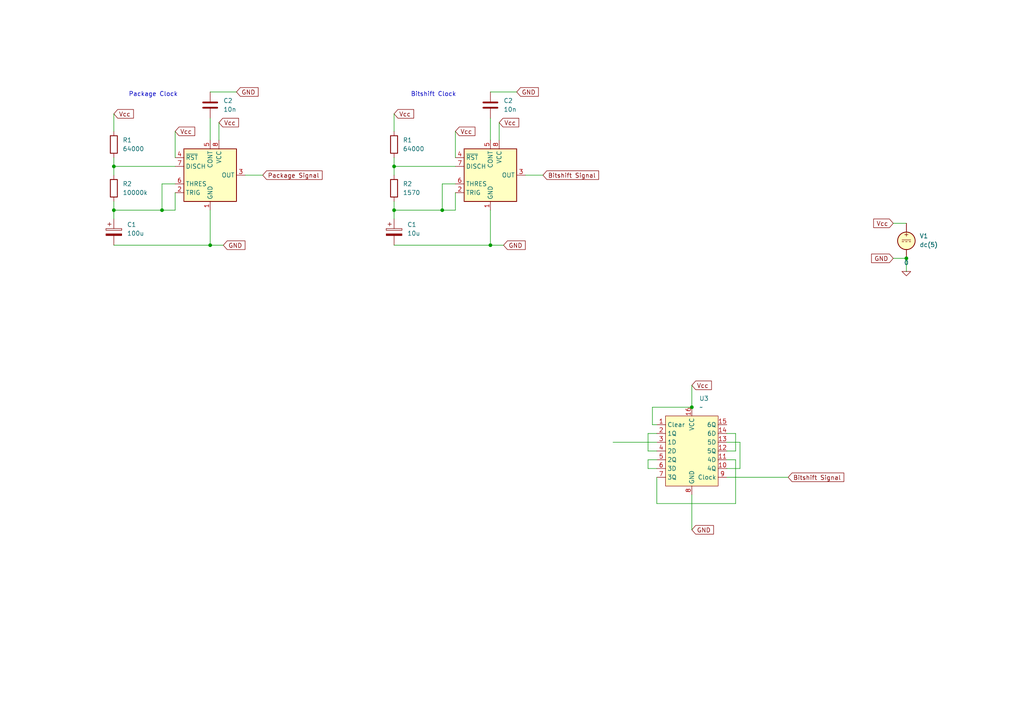
<source format=kicad_sch>
(kicad_sch (version 20250114) (generator "eeschema") (generator_version "9.0")
  (paper "A4")
  (lib_symbols
    (symbol "Device:C" (pin_numbers (hide yes)) (pin_names (offset 0.254))
      (property "Reference" "C" (at 0.635 2.54 0))
      (property "Value" "C" (at 0.635 -2.54 0))
      (symbol "C_0_1"
        (polyline (pts (xy -2.032 0.762) (xy 2.032 0.762)) (stroke (width 0.508)))
        (polyline (pts (xy -2.032 -0.762) (xy 2.032 -0.762)) (stroke (width 0.508)))
      )
      (symbol "C_1_1"
        (pin passive line (at 0 3.81 270) (length 2.794) (name "~") (number "1"))
        (pin passive line (at 0 -3.81 90) (length 2.794) (name "~") (number "2"))
      )
    )
    (symbol "Device:C_Polarized" (pin_numbers (hide yes)) (pin_names (offset 0.254))
      (property "Reference" "C" (at 0.635 2.54 0))
      (property "Value" "C_Polarized" (at 0.635 -2.54 0))
      (symbol "C_Polarized_0_1"
        (rectangle (start -2.286 0.508) (end 2.286 1.016))
        (polyline (pts (xy -1.778 2.286) (xy -0.762 2.286)))
        (polyline (pts (xy -1.27 2.794) (xy -1.27 1.778)))
        (rectangle (start 2.286 -0.508) (end -2.286 -1.016) (fill (type outline)))
      )
      (symbol "C_Polarized_1_1"
        (pin passive line (at 0 3.81 270) (length 2.794) (name "~") (number "1"))
        (pin passive line (at 0 -3.81 90) (length 2.794) (name "~") (number "2"))
      )
    )
    (symbol "Device:R" (pin_numbers (hide yes)) (pin_names (offset 0))
      (property "Reference" "R" (at 2.032 0 90))
      (property "Value" "R" (at 0 0 90))
      (symbol "R_0_1"
        (rectangle (start -1.016 -2.54) (end 1.016 2.54) (stroke (width 0.254)))
      )
      (symbol "R_1_1"
        (pin passive line (at 0 3.81 270) (length 1.27) (name "~") (number "1"))
        (pin passive line (at 0 -3.81 90) (length 1.27) (name "~") (number "2"))
      )
    )
    (symbol "FTRCC-custom-symbols:HD74LS174P"
      (property "Reference" "U" (at 10.414 10.668 0))
      (symbol "HD74LS174P_1_1"
        (rectangle (start -7.62 10.16) (end 7.62 -10.16) (fill (type background)))
        (pin input line (at -10.16 7.62 0) (length 2.54) (name "Clear") (number "1"))
        (pin input line (at -10.16 5.08 0) (length 2.54) (name "1Q") (number "2"))
        (pin input line (at -10.16 2.54 0) (length 2.54) (name "1D") (number "3"))
        (pin input line (at -10.16 0 0) (length 2.54) (name "2D") (number "4"))
        (pin input line (at -10.16 -2.54 0) (length 2.54) (name "2Q") (number "5"))
        (pin input line (at -10.16 -5.08 0) (length 2.54) (name "3D") (number "6"))
        (pin input line (at -10.16 -7.62 0) (length 2.54) (name "3Q") (number "7"))
        (pin power_in line (at 0 12.7 270) (length 2.54) (name "VCC") (number "16"))
        (pin power_out line (at 0 -12.7 90) (length 2.54) (name "GND") (number "8"))
        (pin input line (at 10.16 7.62 180) (length 2.54) (name "6Q") (number "15"))
        (pin input line (at 10.16 5.08 180) (length 2.54) (name "6D") (number "14"))
        (pin input line (at 10.16 2.54 180) (length 2.54) (name "5D") (number "13"))
        (pin input line (at 10.16 0 180) (length 2.54) (name "5Q") (number "12"))
        (pin input line (at 10.16 -2.54 180) (length 2.54) (name "4D") (number "11"))
        (pin input line (at 10.16 -5.08 180) (length 2.54) (name "4Q") (number "10"))
        (pin input line (at 10.16 -7.62 180) (length 2.54) (name "Clock") (number "9"))
      )
    )
    (symbol "Simulation_SPICE:0" (power) (pin_numbers (hide yes)) (pin_names (offset 0) (hide yes))
      (property "Value" "0" (at 0 -2.54 0))
      (symbol "0_0_1"
        (polyline (pts (xy -1.27 0) (xy 0 -1.27) (xy 1.27 0) (xy -1.27 0)))
      )
      (symbol "0_1_1"
        (pin power_in line (at 0 0 0) (length 0) (name "~") (number "1"))
      )
    )
    (symbol "Simulation_SPICE:VDC" (pin_numbers (hide yes)) (pin_names (offset 0.0254))
      (property "Reference" "V" (at 2.54 2.54 0))
      (property "Value" "1" (at 2.54 0 0))
      (symbol "VDC_0_0"
        (polyline (pts (xy -1.27 0.254) (xy 1.27 0.254)))
        (polyline (pts (xy -0.762 -0.254) (xy -1.27 -0.254)))
        (polyline (pts (xy 0.254 -0.254) (xy -0.254 -0.254)))
        (polyline (pts (xy 1.27 -0.254) (xy 0.762 -0.254)))
        (text "+" (at 0 1.905 0) (effects (font (size 1.27 1.27))))
      )
      (symbol "VDC_0_1"
        (circle (center 0 0) (radius 2.54) (stroke (width 0.254)) (fill (type background)))
      )
      (symbol "VDC_1_1"
        (pin passive line (at 0 5.08 270) (length 2.54) (name "~") (number "1"))
        (pin passive line (at 0 -5.08 90) (length 2.54) (name "~") (number "2"))
      )
    )
    (symbol "Timer:NE555D"
      (property "Reference" "U" (at -10.16 8.89 0))
      (property "Value" "NE555D" (at 2.54 8.89 0))
      (symbol "NE555D_0_0"
        (pin power_in line (at 0 -10.16 90) (length 2.54) (name "GND") (number "1"))
        (pin power_in line (at 2.54 10.16 270) (length 2.54) (name "VCC") (number "8"))
      )
      (symbol "NE555D_0_1"
        (rectangle (start -7.62 7.62) (end 7.62 -7.62) (stroke (width 0.254)) (fill (type background)))
      )
      (symbol "NE555D_1_1"
        (pin input line (at -10.16 5.08 0) (length 2.54) (name "~{RST}") (number "4"))
        (pin input line (at -10.16 2.54 0) (length 2.54) (name "DISCH") (number "7"))
        (pin input line (at -10.16 -2.54 0) (length 2.54) (name "THRES") (number "6"))
        (pin input line (at -10.16 -5.08 0) (length 2.54) (name "TRIG") (number "2"))
        (pin open_collector line (at 0 10.16 270) (length 2.54) (name "CONT") (number "5"))
        (pin output line (at 10.16 0 180) (length 2.54) (name "OUT") (number "3"))
      )
    )
  )
  (text "Package Clock" (at 44.45 27.432 0) (effects (font (size 1.27 1.27))))
  (text "Bitshift Clock\n" (at 125.73 27.432 0) (effects (font (size 1.27 1.27))))
  (junction (at 114.3 60.96))
  (junction (at 142.24 71.12))
  (junction (at 33.02 48.26))
  (junction (at 60.96 71.12))
  (junction (at 200.66 118.11))
  (junction (at 46.99 60.96))
  (junction (at 128.27 60.96))
  (junction (at 114.3 48.26))
  (junction (at 33.02 60.96))
  (junction (at 262.89 74.93))
  (wire (pts (xy 33.02 33.02) (xy 33.02 38.1)))
  (wire (pts (xy 142.24 34.29) (xy 142.24 40.64)))
  (wire (pts (xy 114.3 33.02) (xy 114.3 38.1)))
  (wire (pts (xy 33.02 60.96) (xy 33.02 58.42)))
  (wire (pts (xy 213.36 133.35) (xy 213.36 146.05)))
  (wire (pts (xy 187.96 133.35) (xy 187.96 135.89)))
  (wire (pts (xy 114.3 60.96) (xy 128.27 60.96)))
  (wire (pts (xy 262.89 74.93) (xy 262.89 78.74)))
  (wire (pts (xy 190.5 133.35) (xy 187.96 133.35)))
  (wire (pts (xy 114.3 63.5) (xy 114.3 60.96)))
  (wire (pts (xy 114.3 48.26) (xy 132.08 48.26)))
  (wire (pts (xy 189.23 118.11) (xy 200.66 118.11)))
  (wire (pts (xy 60.96 60.96) (xy 60.96 71.12)))
  (wire (pts (xy 259.08 64.77) (xy 262.89 64.77)))
  (wire (pts (xy 114.3 60.96) (xy 114.3 58.42)))
  (wire (pts (xy 190.5 125.73) (xy 187.96 125.73)))
  (wire (pts (xy 213.36 125.73) (xy 210.82 125.73)))
  (wire (pts (xy 128.27 53.34) (xy 128.27 60.96)))
  (wire (pts (xy 190.5 146.05) (xy 213.36 146.05)))
  (wire (pts (xy 210.82 130.81) (xy 213.36 130.81)))
  (wire (pts (xy 33.02 60.96) (xy 46.99 60.96)))
  (wire (pts (xy 128.27 60.96) (xy 132.08 60.96)))
  (wire (pts (xy 33.02 48.26) (xy 50.8 48.26)))
  (wire (pts (xy 213.36 133.35) (xy 210.82 133.35)))
  (wire (pts (xy 144.78 35.56) (xy 144.78 40.64)))
  (wire (pts (xy 177.8 128.27) (xy 190.5 128.27)))
  (wire (pts (xy 50.8 53.34) (xy 46.99 53.34)))
  (wire (pts (xy 187.96 130.81) (xy 190.5 130.81)))
  (wire (pts (xy 71.12 50.8) (xy 76.2 50.8)))
  (wire (pts (xy 33.02 63.5) (xy 33.02 60.96)))
  (wire (pts (xy 142.24 71.12) (xy 146.05 71.12)))
  (wire (pts (xy 114.3 71.12) (xy 142.24 71.12)))
  (wire (pts (xy 213.36 130.81) (xy 213.36 125.73)))
  (wire (pts (xy 114.3 50.8) (xy 114.3 48.26)))
  (wire (pts (xy 200.66 143.51) (xy 200.66 153.67)))
  (wire (pts (xy 210.82 135.89) (xy 214.63 135.89)))
  (wire (pts (xy 60.96 71.12) (xy 64.77 71.12)))
  (wire (pts (xy 132.08 55.88) (xy 132.08 60.96)))
  (wire (pts (xy 149.86 26.67) (xy 142.24 26.67)))
  (wire (pts (xy 187.96 125.73) (xy 187.96 130.81)))
  (wire (pts (xy 68.58 26.67) (xy 60.96 26.67)))
  (wire (pts (xy 259.08 74.93) (xy 262.89 74.93)))
  (wire (pts (xy 33.02 48.26) (xy 33.02 45.72)))
  (wire (pts (xy 210.82 138.43) (xy 228.6 138.43)))
  (wire (pts (xy 152.4 50.8) (xy 157.48 50.8)))
  (wire (pts (xy 63.5 35.56) (xy 63.5 40.64)))
  (wire (pts (xy 114.3 48.26) (xy 114.3 45.72)))
  (wire (pts (xy 132.08 53.34) (xy 128.27 53.34)))
  (wire (pts (xy 214.63 128.27) (xy 210.82 128.27)))
  (wire (pts (xy 189.23 123.19) (xy 190.5 123.19)))
  (wire (pts (xy 50.8 55.88) (xy 50.8 60.96)))
  (wire (pts (xy 60.96 34.29) (xy 60.96 40.64)))
  (wire (pts (xy 50.8 38.1) (xy 50.8 45.72)))
  (wire (pts (xy 189.23 123.19) (xy 189.23 118.11)))
  (wire (pts (xy 33.02 71.12) (xy 60.96 71.12)))
  (wire (pts (xy 46.99 53.34) (xy 46.99 60.96)))
  (wire (pts (xy 46.99 60.96) (xy 50.8 60.96)))
  (wire (pts (xy 187.96 135.89) (xy 190.5 135.89)))
  (wire (pts (xy 33.02 50.8) (xy 33.02 48.26)))
  (wire (pts (xy 132.08 38.1) (xy 132.08 45.72)))
  (wire (pts (xy 190.5 138.43) (xy 190.5 146.05)))
  (wire (pts (xy 214.63 128.27) (xy 214.63 135.89)))
  (wire (pts (xy 142.24 60.96) (xy 142.24 71.12)))
  (wire (pts (xy 200.66 111.76) (xy 200.66 118.11)))
  (global_label "Bitshift Signal" (shape input) (at 157.48 50.8 0) (property "Intersheetrefs" "${INTERSHEET_REFS}" (effects (hide yes))))
  (global_label "GND" (shape input) (at 68.58 26.67 0) (property "Intersheetrefs" "${INTERSHEET_REFS}" (effects (hide yes))))
  (global_label "Bitshift Signal" (shape input) (at 228.6 138.43 0) (property "Intersheetrefs" "${INTERSHEET_REFS}" (effects (hide yes))))
  (global_label "Vcc" (shape input) (at 114.3 33.02 0) (property "Intersheetrefs" "${INTERSHEET_REFS}" (effects (hide yes))))
  (global_label "Vcc" (shape input) (at 50.8 38.1 0) (property "Intersheetrefs" "${INTERSHEET_REFS}" (effects (hide yes))))
  (global_label "Vcc" (shape input) (at 132.08 38.1 0) (property "Intersheetrefs" "${INTERSHEET_REFS}" (effects (hide yes))))
  (global_label "Package Signal" (shape input) (at 76.2 50.8 0) (property "Intersheetrefs" "${INTERSHEET_REFS}" (effects (hide yes))))
  (global_label "Vcc" (shape input) (at 200.66 111.76 0) (property "Intersheetrefs" "${INTERSHEET_REFS}" (effects (hide yes))))
  (global_label "GND" (shape input) (at 149.86 26.67 0) (property "Intersheetrefs" "${INTERSHEET_REFS}" (effects (hide yes))))
  (global_label "GND" (shape input) (at 146.05 71.12 0) (property "Intersheetrefs" "${INTERSHEET_REFS}" (effects (hide yes))))
  (global_label "GND" (shape input) (at 200.66 153.67 0) (property "Intersheetrefs" "${INTERSHEET_REFS}" (effects (hide yes))))
  (global_label "GND" (shape input) (at 259.08 74.93 180) (property "Intersheetrefs" "${INTERSHEET_REFS}" (effects (hide yes))))
  (global_label "Vcc" (shape input) (at 63.5 35.56 0) (property "Intersheetrefs" "${INTERSHEET_REFS}" (effects (hide yes))))
  (global_label "Vcc" (shape input) (at 259.08 64.77 180) (property "Intersheetrefs" "${INTERSHEET_REFS}" (effects (hide yes))))
  (global_label "GND" (shape input) (at 64.77 71.12 0) (property "Intersheetrefs" "${INTERSHEET_REFS}" (effects (hide yes))))
  (global_label "Vcc" (shape input) (at 33.02 33.02 0) (property "Intersheetrefs" "${INTERSHEET_REFS}" (effects (hide yes))))
  (global_label "Vcc" (shape input) (at 144.78 35.56 0) (property "Intersheetrefs" "${INTERSHEET_REFS}" (effects (hide yes))))
  (symbol (lib_id "Device:R") (at 33.02 54.61 0) (unit 1)
    (property "Reference" "R2" (at 35.56 53.3399 0) (effects (justify left)))
    (property "Value" "10000k" (at 35.56 55.8799 0) (effects (justify left)))
    (property "Description" "Resistor" (effects (hide yes)))
  )
  (symbol (lib_id "Device:C_Polarized") (at 114.3 67.31 0) (unit 1)
    (property "Reference" "C1" (at 118.11 65.1509 0) (effects (justify left)))
    (property "Value" "10u" (at 118.11 67.6909 0) (effects (justify left)))
    (property "Description" "Polarized capacitor" (effects (hide yes)))
  )
  (symbol (lib_id "Device:C_Polarized") (at 33.02 67.31 0) (unit 1)
    (property "Reference" "C1" (at 36.83 65.1509 0) (effects (justify left)))
    (property "Value" "100u" (at 36.83 67.6909 0) (effects (justify left)))
    (property "Description" "Polarized capacitor" (effects (hide yes)))
  )
  (symbol (lib_id "FTRCC-custom-symbols:HD74LS174P") (at 200.66 130.81 0) (unit 1)
    (property "Reference" "U3" (at 202.8033 115.57 0) (effects (justify left)))
    (property "Value" "~" (at 202.8033 118.11 0) (effects (justify left)))
  )
  (symbol (lib_id "Simulation_SPICE:VDC") (at 262.89 69.85 0) (unit 1)
    (property "Reference" "V1" (at 266.7 68.4501 0) (effects (justify left)))
    (property "Value" "dc(5)" (at 266.7 70.9901 0) (effects (justify left)))
    (property "Datasheet" "https://ngspice.sourceforge.io/docs/ngspice-html-manual/manual.xhtml#sec_Independent_Sources_for" (effects (hide yes)))
    (property "Description" "Voltage source, DC" (effects (hide yes)))
    (property "Sim.Pins" "1=+ 2=-" (effects (hide yes)))
    (property "Sim.Type" "DC" (effects (hide yes)))
    (property "Sim.Device" "V" (effects (hide yes)))
  )
  (symbol (lib_id "Device:C") (at 60.96 30.48 0) (unit 1)
    (property "Reference" "C2" (at 64.77 29.2099 0) (effects (justify left)))
    (property "Value" "10n" (at 64.77 31.7499 0) (effects (justify left)))
    (property "Description" "Unpolarized capacitor" (effects (hide yes)))
  )
  (symbol (lib_id "Timer:NE555D") (at 60.96 50.8 0) (unit 1)
    (property "Reference" "U1" (effects (hide yes)))
    (property "Value" "NE555D" (effects (hide yes)))
    (property "Footprint" "Package_SO:SOIC-8_3.9x4.9mm_P1.27mm" (effects (hide yes)))
    (property "Datasheet" "http://www.ti.com/lit/ds/symlink/ne555.pdf" (effects (hide yes)))
    (property "Description" "Precision Timers, 555 compatible, SOIC-8" (effects (hide yes)))
  )
  (symbol (lib_id "Device:C") (at 142.24 30.48 0) (unit 1)
    (property "Reference" "C2" (at 146.05 29.2099 0) (effects (justify left)))
    (property "Value" "10n" (at 146.05 31.7499 0) (effects (justify left)))
    (property "Description" "Unpolarized capacitor" (effects (hide yes)))
  )
  (symbol (lib_id "Simulation_SPICE:0") (at 262.89 78.74 0) (unit 1)
    (property "Reference" "#GND01" (effects (hide yes)))
    (property "Value" "0" (at 262.89 76.2 0))
    (property "Datasheet" "https://ngspice.sourceforge.io/docs/ngspice-html-manual/manual.xhtml#subsec_Circuit_elements__device" (effects (hide yes)))
    (property "Description" "0V reference potential for simulation" (effects (hide yes)))
  )
  (symbol (lib_id "Timer:NE555D") (at 142.24 50.8 0) (unit 1)
    (property "Reference" "U2" (effects (hide yes)))
    (property "Value" "NE555D" (effects (hide yes)))
    (property "Footprint" "Package_SO:SOIC-8_3.9x4.9mm_P1.27mm" (effects (hide yes)))
    (property "Datasheet" "http://www.ti.com/lit/ds/symlink/ne555.pdf" (effects (hide yes)))
    (property "Description" "Precision Timers, 555 compatible, SOIC-8" (effects (hide yes)))
  )
  (symbol (lib_id "Device:R") (at 114.3 54.61 0) (unit 1)
    (property "Reference" "R2" (at 116.84 53.3399 0) (effects (justify left)))
    (property "Value" "1570" (at 116.84 55.8799 0) (effects (justify left)))
    (property "Description" "Resistor" (effects (hide yes)))
  )
  (symbol (lib_id "Device:R") (at 33.02 41.91 0) (unit 1)
    (property "Reference" "R1" (at 35.56 40.6399 0) (effects (justify left)))
    (property "Value" "64000" (at 35.56 43.1799 0) (effects (justify left)))
    (property "Description" "Resistor" (effects (hide yes)))
  )
  (symbol (lib_id "Device:R") (at 114.3 41.91 0) (unit 1)
    (property "Reference" "R1" (at 116.84 40.6399 0) (effects (justify left)))
    (property "Value" "64000" (at 116.84 43.1799 0) (effects (justify left)))
    (property "Description" "Resistor" (effects (hide yes)))
  )
)
</source>
